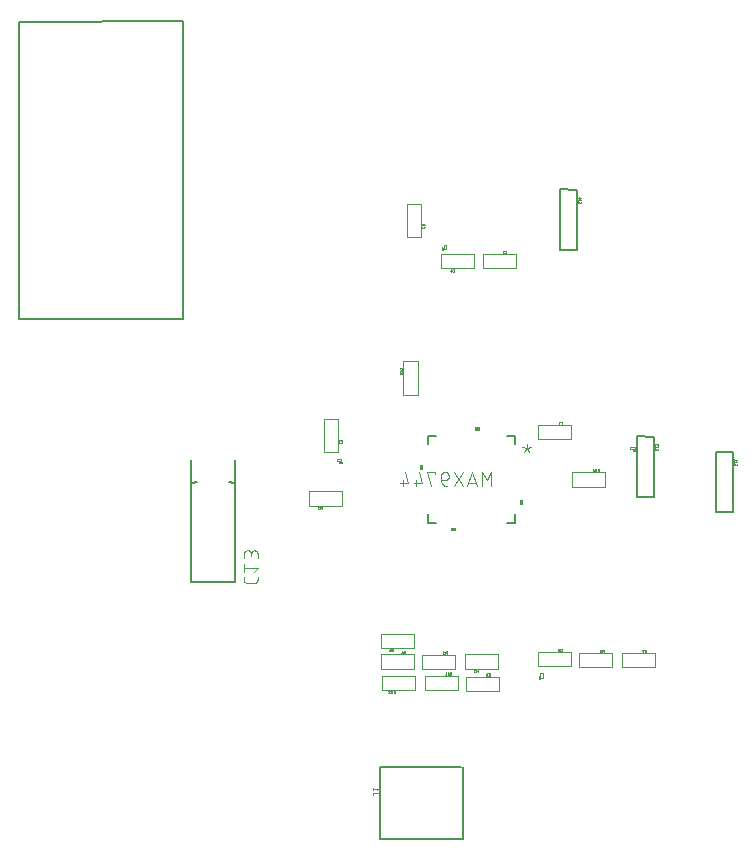
<source format=gbr>
G04 EAGLE Gerber RS-274X export*
G75*
%MOMM*%
%FSLAX34Y34*%
%LPD*%
%INSilkscreen Bottom*%
%IPPOS*%
%AMOC8*
5,1,8,0,0,1.08239X$1,22.5*%
G01*
%ADD10C,0.100000*%
%ADD11C,0.025400*%
%ADD12C,0.203200*%
%ADD13C,0.101600*%
%ADD14C,0.000000*%
%ADD15C,0.127000*%
%ADD16C,0.050800*%
%ADD17C,0.152400*%
%ADD18C,0.076200*%

G36*
X510507Y442423D02*
X510507Y442423D01*
X510509Y442422D01*
X510552Y442442D01*
X510596Y442460D01*
X510596Y442462D01*
X510598Y442463D01*
X510631Y442548D01*
X510631Y445088D01*
X510630Y445090D01*
X510631Y445092D01*
X510611Y445135D01*
X510593Y445179D01*
X510591Y445179D01*
X510590Y445181D01*
X510505Y445214D01*
X506695Y445214D01*
X506693Y445213D01*
X506691Y445214D01*
X506648Y445194D01*
X506604Y445176D01*
X506604Y445174D01*
X506602Y445173D01*
X506569Y445088D01*
X506569Y442548D01*
X506570Y442546D01*
X506569Y442544D01*
X506589Y442501D01*
X506607Y442457D01*
X506609Y442457D01*
X506610Y442455D01*
X506695Y442422D01*
X510505Y442422D01*
X510507Y442423D01*
G37*
G36*
X462454Y409370D02*
X462454Y409370D01*
X462456Y409369D01*
X462499Y409389D01*
X462543Y409407D01*
X462543Y409409D01*
X462545Y409410D01*
X462578Y409495D01*
X462578Y413305D01*
X462577Y413307D01*
X462578Y413309D01*
X462558Y413352D01*
X462540Y413396D01*
X462538Y413396D01*
X462537Y413398D01*
X462452Y413431D01*
X459912Y413431D01*
X459910Y413430D01*
X459908Y413431D01*
X459865Y413411D01*
X459821Y413393D01*
X459821Y413391D01*
X459819Y413390D01*
X459786Y413305D01*
X459786Y409495D01*
X459787Y409493D01*
X459786Y409491D01*
X459806Y409448D01*
X459824Y409404D01*
X459826Y409404D01*
X459827Y409402D01*
X459912Y409369D01*
X462452Y409369D01*
X462454Y409370D01*
G37*
G36*
X547290Y379370D02*
X547290Y379370D01*
X547292Y379369D01*
X547335Y379389D01*
X547379Y379407D01*
X547379Y379409D01*
X547381Y379410D01*
X547414Y379495D01*
X547414Y383305D01*
X547413Y383307D01*
X547414Y383309D01*
X547394Y383352D01*
X547376Y383396D01*
X547374Y383396D01*
X547373Y383398D01*
X547288Y383431D01*
X544748Y383431D01*
X544746Y383430D01*
X544744Y383431D01*
X544701Y383411D01*
X544657Y383393D01*
X544657Y383391D01*
X544655Y383390D01*
X544622Y383305D01*
X544622Y379495D01*
X544623Y379493D01*
X544622Y379491D01*
X544642Y379448D01*
X544660Y379404D01*
X544662Y379404D01*
X544663Y379402D01*
X544748Y379369D01*
X547288Y379369D01*
X547290Y379370D01*
G37*
G36*
X490507Y357587D02*
X490507Y357587D01*
X490509Y357586D01*
X490552Y357606D01*
X490596Y357624D01*
X490596Y357626D01*
X490598Y357627D01*
X490631Y357712D01*
X490631Y360252D01*
X490630Y360254D01*
X490631Y360256D01*
X490611Y360299D01*
X490593Y360343D01*
X490591Y360343D01*
X490590Y360345D01*
X490505Y360378D01*
X486695Y360378D01*
X486693Y360377D01*
X486691Y360378D01*
X486648Y360358D01*
X486604Y360340D01*
X486604Y360338D01*
X486602Y360337D01*
X486569Y360252D01*
X486569Y357712D01*
X486570Y357710D01*
X486569Y357708D01*
X486589Y357665D01*
X486607Y357621D01*
X486609Y357621D01*
X486610Y357619D01*
X486695Y357586D01*
X490505Y357586D01*
X490507Y357587D01*
G37*
D10*
X560000Y435000D02*
X588000Y435000D01*
X588000Y447000D01*
X560000Y447000D01*
X560000Y435000D01*
D11*
X579259Y447627D02*
X579758Y447627D01*
X579801Y447629D01*
X579845Y447635D01*
X579887Y447644D01*
X579929Y447657D01*
X579969Y447674D01*
X580008Y447694D01*
X580044Y447717D01*
X580079Y447744D01*
X580111Y447773D01*
X580140Y447805D01*
X580167Y447840D01*
X580190Y447877D01*
X580210Y447915D01*
X580227Y447955D01*
X580240Y447997D01*
X580249Y448039D01*
X580255Y448083D01*
X580257Y448126D01*
X580257Y449374D01*
X580255Y449417D01*
X580249Y449461D01*
X580240Y449503D01*
X580227Y449545D01*
X580210Y449585D01*
X580190Y449623D01*
X580167Y449660D01*
X580140Y449695D01*
X580111Y449727D01*
X580079Y449756D01*
X580044Y449783D01*
X580008Y449806D01*
X579969Y449826D01*
X579929Y449843D01*
X579887Y449856D01*
X579845Y449865D01*
X579802Y449871D01*
X579758Y449873D01*
X579259Y449873D01*
X578375Y449374D02*
X577751Y449873D01*
X577751Y447627D01*
X578375Y447627D02*
X577127Y447627D01*
D12*
X303400Y417700D02*
X303400Y314700D01*
X266400Y314700D01*
X266400Y417700D01*
X271400Y399200D02*
X267400Y398200D01*
X298400Y399200D02*
X302400Y398200D01*
D13*
X310808Y318801D02*
X310808Y316204D01*
X310810Y316105D01*
X310816Y316005D01*
X310825Y315906D01*
X310838Y315808D01*
X310855Y315710D01*
X310876Y315612D01*
X310901Y315516D01*
X310929Y315421D01*
X310961Y315327D01*
X310996Y315234D01*
X311035Y315142D01*
X311078Y315052D01*
X311123Y314964D01*
X311173Y314877D01*
X311225Y314793D01*
X311281Y314710D01*
X311339Y314630D01*
X311401Y314552D01*
X311466Y314477D01*
X311534Y314404D01*
X311604Y314334D01*
X311677Y314266D01*
X311752Y314201D01*
X311830Y314139D01*
X311910Y314081D01*
X311993Y314025D01*
X312077Y313973D01*
X312164Y313923D01*
X312252Y313878D01*
X312342Y313835D01*
X312434Y313796D01*
X312527Y313761D01*
X312621Y313729D01*
X312716Y313701D01*
X312812Y313676D01*
X312910Y313655D01*
X313008Y313638D01*
X313106Y313625D01*
X313205Y313616D01*
X313305Y313610D01*
X313404Y313608D01*
X319896Y313608D01*
X319995Y313610D01*
X320095Y313616D01*
X320194Y313625D01*
X320292Y313638D01*
X320390Y313655D01*
X320488Y313676D01*
X320584Y313701D01*
X320679Y313729D01*
X320773Y313761D01*
X320866Y313796D01*
X320958Y313835D01*
X321048Y313878D01*
X321136Y313923D01*
X321223Y313973D01*
X321307Y314025D01*
X321390Y314081D01*
X321470Y314139D01*
X321548Y314201D01*
X321623Y314266D01*
X321696Y314334D01*
X321766Y314404D01*
X321834Y314477D01*
X321899Y314552D01*
X321961Y314630D01*
X322019Y314710D01*
X322075Y314793D01*
X322127Y314877D01*
X322177Y314964D01*
X322222Y315052D01*
X322265Y315142D01*
X322304Y315234D01*
X322339Y315326D01*
X322371Y315421D01*
X322399Y315516D01*
X322424Y315612D01*
X322445Y315710D01*
X322462Y315808D01*
X322475Y315906D01*
X322484Y316005D01*
X322490Y316105D01*
X322492Y316204D01*
X322492Y318801D01*
X319896Y323166D02*
X322492Y326412D01*
X310808Y326412D01*
X310808Y329657D02*
X310808Y323166D01*
X310808Y334596D02*
X310808Y337842D01*
X310810Y337955D01*
X310816Y338068D01*
X310826Y338181D01*
X310840Y338294D01*
X310857Y338406D01*
X310879Y338517D01*
X310904Y338627D01*
X310934Y338737D01*
X310967Y338845D01*
X311004Y338952D01*
X311044Y339058D01*
X311089Y339162D01*
X311137Y339265D01*
X311188Y339366D01*
X311243Y339465D01*
X311301Y339562D01*
X311363Y339657D01*
X311428Y339750D01*
X311496Y339840D01*
X311567Y339928D01*
X311642Y340014D01*
X311719Y340097D01*
X311799Y340177D01*
X311882Y340254D01*
X311968Y340329D01*
X312056Y340400D01*
X312146Y340468D01*
X312239Y340533D01*
X312334Y340595D01*
X312431Y340653D01*
X312530Y340708D01*
X312631Y340759D01*
X312734Y340807D01*
X312838Y340852D01*
X312944Y340892D01*
X313051Y340929D01*
X313159Y340962D01*
X313269Y340992D01*
X313379Y341017D01*
X313490Y341039D01*
X313602Y341056D01*
X313715Y341070D01*
X313828Y341080D01*
X313941Y341086D01*
X314054Y341088D01*
X314167Y341086D01*
X314280Y341080D01*
X314393Y341070D01*
X314506Y341056D01*
X314618Y341039D01*
X314729Y341017D01*
X314839Y340992D01*
X314949Y340962D01*
X315057Y340929D01*
X315164Y340892D01*
X315270Y340852D01*
X315374Y340807D01*
X315477Y340759D01*
X315578Y340708D01*
X315677Y340653D01*
X315774Y340595D01*
X315869Y340533D01*
X315962Y340468D01*
X316052Y340400D01*
X316140Y340329D01*
X316226Y340254D01*
X316309Y340177D01*
X316389Y340097D01*
X316466Y340014D01*
X316541Y339928D01*
X316612Y339840D01*
X316680Y339750D01*
X316745Y339657D01*
X316807Y339562D01*
X316865Y339465D01*
X316920Y339366D01*
X316971Y339265D01*
X317019Y339162D01*
X317064Y339058D01*
X317104Y338952D01*
X317141Y338845D01*
X317174Y338737D01*
X317204Y338627D01*
X317229Y338517D01*
X317251Y338406D01*
X317268Y338294D01*
X317282Y338181D01*
X317292Y338068D01*
X317298Y337955D01*
X317300Y337842D01*
X322492Y338491D02*
X322492Y334596D01*
X322492Y338491D02*
X322490Y338592D01*
X322484Y338692D01*
X322474Y338792D01*
X322461Y338892D01*
X322443Y338991D01*
X322422Y339090D01*
X322397Y339187D01*
X322368Y339284D01*
X322335Y339379D01*
X322299Y339473D01*
X322259Y339565D01*
X322216Y339656D01*
X322169Y339745D01*
X322119Y339832D01*
X322065Y339918D01*
X322008Y340001D01*
X321948Y340081D01*
X321885Y340160D01*
X321818Y340236D01*
X321749Y340309D01*
X321677Y340379D01*
X321603Y340447D01*
X321526Y340512D01*
X321446Y340573D01*
X321364Y340632D01*
X321280Y340687D01*
X321194Y340739D01*
X321106Y340788D01*
X321016Y340833D01*
X320924Y340875D01*
X320831Y340913D01*
X320736Y340947D01*
X320641Y340978D01*
X320544Y341005D01*
X320446Y341028D01*
X320347Y341048D01*
X320247Y341063D01*
X320147Y341075D01*
X320047Y341083D01*
X319946Y341087D01*
X319846Y341087D01*
X319745Y341083D01*
X319645Y341075D01*
X319545Y341063D01*
X319445Y341048D01*
X319346Y341028D01*
X319248Y341005D01*
X319151Y340978D01*
X319056Y340947D01*
X318961Y340913D01*
X318868Y340875D01*
X318776Y340833D01*
X318686Y340788D01*
X318598Y340739D01*
X318512Y340687D01*
X318428Y340632D01*
X318346Y340573D01*
X318266Y340512D01*
X318189Y340447D01*
X318115Y340379D01*
X318043Y340309D01*
X317974Y340236D01*
X317907Y340160D01*
X317844Y340081D01*
X317784Y340001D01*
X317727Y339918D01*
X317673Y339832D01*
X317623Y339745D01*
X317576Y339656D01*
X317533Y339565D01*
X317493Y339473D01*
X317457Y339379D01*
X317424Y339284D01*
X317395Y339187D01*
X317370Y339090D01*
X317349Y338991D01*
X317331Y338892D01*
X317318Y338792D01*
X317308Y338692D01*
X317302Y338592D01*
X317300Y338491D01*
X317299Y338491D02*
X317299Y335894D01*
D10*
X513000Y580000D02*
X541000Y580000D01*
X541000Y592000D01*
X513000Y592000D01*
X513000Y580000D01*
D11*
X532259Y592627D02*
X532758Y592627D01*
X532801Y592629D01*
X532845Y592635D01*
X532887Y592644D01*
X532929Y592657D01*
X532969Y592674D01*
X533008Y592694D01*
X533044Y592717D01*
X533079Y592744D01*
X533111Y592773D01*
X533140Y592805D01*
X533167Y592840D01*
X533190Y592877D01*
X533210Y592915D01*
X533227Y592955D01*
X533240Y592997D01*
X533249Y593039D01*
X533255Y593083D01*
X533257Y593126D01*
X533257Y594374D01*
X533255Y594417D01*
X533249Y594461D01*
X533240Y594503D01*
X533227Y594545D01*
X533210Y594585D01*
X533190Y594623D01*
X533167Y594660D01*
X533140Y594695D01*
X533111Y594727D01*
X533079Y594756D01*
X533044Y594783D01*
X533008Y594806D01*
X532969Y594826D01*
X532929Y594843D01*
X532887Y594856D01*
X532845Y594865D01*
X532802Y594871D01*
X532758Y594873D01*
X532259Y594873D01*
X530689Y594874D02*
X530643Y594872D01*
X530596Y594866D01*
X530551Y594857D01*
X530507Y594844D01*
X530463Y594827D01*
X530422Y594806D01*
X530382Y594782D01*
X530344Y594755D01*
X530308Y594725D01*
X530276Y594693D01*
X530246Y594657D01*
X530219Y594619D01*
X530195Y594579D01*
X530174Y594538D01*
X530157Y594494D01*
X530144Y594450D01*
X530135Y594405D01*
X530129Y594358D01*
X530127Y594312D01*
X530689Y594873D02*
X530739Y594871D01*
X530789Y594866D01*
X530839Y594857D01*
X530888Y594845D01*
X530936Y594829D01*
X530982Y594811D01*
X531028Y594788D01*
X531071Y594763D01*
X531113Y594735D01*
X531153Y594704D01*
X531190Y594670D01*
X531225Y594634D01*
X531257Y594595D01*
X531287Y594555D01*
X531314Y594512D01*
X531337Y594467D01*
X531358Y594421D01*
X531375Y594374D01*
X530314Y593875D02*
X530283Y593907D01*
X530255Y593941D01*
X530229Y593977D01*
X530205Y594015D01*
X530185Y594054D01*
X530167Y594095D01*
X530153Y594137D01*
X530142Y594180D01*
X530134Y594224D01*
X530129Y594268D01*
X530127Y594312D01*
X530314Y593875D02*
X531375Y592627D01*
X530127Y592627D01*
D10*
X379000Y452000D02*
X379000Y424000D01*
X391000Y424000D01*
X391000Y452000D01*
X379000Y452000D01*
D11*
X391627Y432741D02*
X391627Y432242D01*
X391629Y432199D01*
X391635Y432155D01*
X391644Y432113D01*
X391657Y432071D01*
X391674Y432031D01*
X391694Y431993D01*
X391717Y431956D01*
X391744Y431921D01*
X391773Y431889D01*
X391805Y431860D01*
X391840Y431833D01*
X391877Y431810D01*
X391915Y431790D01*
X391955Y431773D01*
X391997Y431760D01*
X392039Y431751D01*
X392083Y431745D01*
X392126Y431743D01*
X393374Y431743D01*
X393417Y431745D01*
X393461Y431751D01*
X393503Y431760D01*
X393545Y431773D01*
X393585Y431790D01*
X393623Y431810D01*
X393660Y431833D01*
X393695Y431860D01*
X393727Y431889D01*
X393756Y431921D01*
X393783Y431956D01*
X393806Y431992D01*
X393826Y432031D01*
X393843Y432071D01*
X393856Y432113D01*
X393865Y432155D01*
X393871Y432198D01*
X393873Y432242D01*
X393873Y432741D01*
X391627Y433625D02*
X391627Y434249D01*
X391629Y434298D01*
X391635Y434347D01*
X391644Y434395D01*
X391658Y434442D01*
X391674Y434488D01*
X391695Y434532D01*
X391719Y434575D01*
X391746Y434616D01*
X391777Y434654D01*
X391810Y434690D01*
X391846Y434723D01*
X391884Y434754D01*
X391925Y434781D01*
X391968Y434805D01*
X392012Y434826D01*
X392058Y434842D01*
X392105Y434856D01*
X392153Y434865D01*
X392202Y434871D01*
X392251Y434873D01*
X392300Y434871D01*
X392349Y434865D01*
X392397Y434856D01*
X392444Y434842D01*
X392490Y434826D01*
X392534Y434805D01*
X392577Y434781D01*
X392618Y434754D01*
X392656Y434723D01*
X392692Y434690D01*
X392725Y434654D01*
X392756Y434616D01*
X392783Y434575D01*
X392807Y434532D01*
X392828Y434488D01*
X392844Y434442D01*
X392858Y434395D01*
X392867Y434347D01*
X392873Y434298D01*
X392875Y434249D01*
X393873Y434374D02*
X393873Y433625D01*
X393873Y434374D02*
X393871Y434417D01*
X393865Y434461D01*
X393856Y434503D01*
X393843Y434545D01*
X393826Y434585D01*
X393806Y434624D01*
X393783Y434660D01*
X393756Y434695D01*
X393727Y434727D01*
X393695Y434756D01*
X393660Y434783D01*
X393624Y434806D01*
X393585Y434826D01*
X393545Y434843D01*
X393503Y434856D01*
X393461Y434865D01*
X393417Y434871D01*
X393374Y434873D01*
X393331Y434871D01*
X393287Y434865D01*
X393245Y434856D01*
X393203Y434843D01*
X393163Y434826D01*
X393125Y434806D01*
X393088Y434783D01*
X393053Y434756D01*
X393021Y434727D01*
X392992Y434695D01*
X392965Y434660D01*
X392942Y434624D01*
X392922Y434585D01*
X392905Y434545D01*
X392892Y434503D01*
X392883Y434461D01*
X392877Y434417D01*
X392875Y434374D01*
X392875Y433875D01*
D10*
X478000Y592000D02*
X506000Y592000D01*
X478000Y592000D02*
X478000Y580000D01*
X506000Y580000D01*
X506000Y592000D01*
D11*
X488374Y577127D02*
X487875Y577127D01*
X488374Y577127D02*
X488417Y577129D01*
X488461Y577135D01*
X488503Y577144D01*
X488545Y577157D01*
X488585Y577174D01*
X488624Y577194D01*
X488660Y577217D01*
X488695Y577244D01*
X488727Y577273D01*
X488756Y577305D01*
X488783Y577340D01*
X488806Y577377D01*
X488826Y577415D01*
X488843Y577455D01*
X488856Y577497D01*
X488865Y577539D01*
X488871Y577583D01*
X488873Y577626D01*
X488873Y578874D01*
X488871Y578917D01*
X488865Y578961D01*
X488856Y579003D01*
X488843Y579045D01*
X488826Y579085D01*
X488806Y579123D01*
X488783Y579160D01*
X488756Y579195D01*
X488727Y579227D01*
X488695Y579256D01*
X488660Y579283D01*
X488624Y579306D01*
X488585Y579326D01*
X488545Y579343D01*
X488503Y579356D01*
X488461Y579365D01*
X488418Y579371D01*
X488374Y579373D01*
X487875Y579373D01*
X486492Y579373D02*
X486991Y577626D01*
X485743Y577626D01*
X486117Y578125D02*
X486117Y577127D01*
D10*
X560000Y243000D02*
X588000Y243000D01*
X588000Y255000D01*
X560000Y255000D01*
X560000Y243000D01*
D11*
X579259Y255627D02*
X579758Y255627D01*
X579801Y255629D01*
X579845Y255635D01*
X579887Y255644D01*
X579929Y255657D01*
X579969Y255674D01*
X580008Y255694D01*
X580044Y255717D01*
X580079Y255744D01*
X580111Y255773D01*
X580140Y255805D01*
X580167Y255840D01*
X580190Y255877D01*
X580210Y255915D01*
X580227Y255955D01*
X580240Y255997D01*
X580249Y256039D01*
X580255Y256083D01*
X580257Y256126D01*
X580257Y257374D01*
X580255Y257417D01*
X580249Y257461D01*
X580240Y257503D01*
X580227Y257545D01*
X580210Y257585D01*
X580190Y257623D01*
X580167Y257660D01*
X580140Y257695D01*
X580111Y257727D01*
X580079Y257756D01*
X580044Y257783D01*
X580008Y257806D01*
X579969Y257826D01*
X579929Y257843D01*
X579887Y257856D01*
X579845Y257865D01*
X579802Y257871D01*
X579758Y257873D01*
X579259Y257873D01*
X578375Y255627D02*
X577626Y255627D01*
X577583Y255629D01*
X577539Y255635D01*
X577497Y255644D01*
X577455Y255657D01*
X577415Y255674D01*
X577377Y255694D01*
X577340Y255717D01*
X577305Y255744D01*
X577273Y255773D01*
X577244Y255805D01*
X577217Y255840D01*
X577194Y255877D01*
X577174Y255915D01*
X577157Y255955D01*
X577144Y255997D01*
X577135Y256039D01*
X577129Y256083D01*
X577127Y256126D01*
X577127Y256376D01*
X577129Y256419D01*
X577135Y256463D01*
X577144Y256505D01*
X577157Y256547D01*
X577174Y256587D01*
X577194Y256626D01*
X577217Y256662D01*
X577244Y256697D01*
X577273Y256729D01*
X577305Y256758D01*
X577340Y256785D01*
X577377Y256808D01*
X577415Y256828D01*
X577455Y256845D01*
X577497Y256858D01*
X577539Y256867D01*
X577583Y256873D01*
X577626Y256875D01*
X578375Y256875D01*
X578375Y257873D01*
X577127Y257873D01*
D10*
X449000Y606500D02*
X449000Y634500D01*
X449000Y606500D02*
X461000Y606500D01*
X461000Y634500D01*
X449000Y634500D01*
D11*
X461627Y615241D02*
X461627Y614742D01*
X461629Y614699D01*
X461635Y614655D01*
X461644Y614613D01*
X461657Y614571D01*
X461674Y614531D01*
X461694Y614493D01*
X461717Y614456D01*
X461744Y614421D01*
X461773Y614389D01*
X461805Y614360D01*
X461840Y614333D01*
X461877Y614310D01*
X461915Y614290D01*
X461955Y614273D01*
X461997Y614260D01*
X462039Y614251D01*
X462083Y614245D01*
X462126Y614243D01*
X463374Y614243D01*
X463417Y614245D01*
X463461Y614251D01*
X463503Y614260D01*
X463545Y614273D01*
X463585Y614290D01*
X463623Y614310D01*
X463660Y614333D01*
X463695Y614360D01*
X463727Y614389D01*
X463756Y614421D01*
X463783Y614456D01*
X463806Y614492D01*
X463826Y614531D01*
X463843Y614571D01*
X463856Y614613D01*
X463865Y614655D01*
X463871Y614698D01*
X463873Y614742D01*
X463873Y615241D01*
X462625Y616624D02*
X462625Y617373D01*
X462625Y616624D02*
X462627Y616581D01*
X462633Y616537D01*
X462642Y616495D01*
X462655Y616453D01*
X462672Y616413D01*
X462692Y616375D01*
X462715Y616338D01*
X462742Y616303D01*
X462771Y616271D01*
X462803Y616242D01*
X462838Y616215D01*
X462875Y616192D01*
X462913Y616172D01*
X462953Y616155D01*
X462995Y616142D01*
X463037Y616133D01*
X463081Y616127D01*
X463124Y616125D01*
X463249Y616125D01*
X463298Y616127D01*
X463347Y616133D01*
X463395Y616142D01*
X463442Y616156D01*
X463488Y616172D01*
X463532Y616193D01*
X463575Y616217D01*
X463616Y616244D01*
X463654Y616275D01*
X463690Y616308D01*
X463723Y616344D01*
X463754Y616382D01*
X463781Y616423D01*
X463805Y616466D01*
X463826Y616510D01*
X463842Y616556D01*
X463856Y616603D01*
X463865Y616651D01*
X463871Y616700D01*
X463873Y616749D01*
X463871Y616798D01*
X463865Y616847D01*
X463856Y616895D01*
X463842Y616942D01*
X463826Y616988D01*
X463805Y617032D01*
X463781Y617075D01*
X463754Y617116D01*
X463723Y617154D01*
X463690Y617190D01*
X463654Y617223D01*
X463616Y617254D01*
X463575Y617281D01*
X463532Y617305D01*
X463488Y617326D01*
X463442Y617342D01*
X463395Y617356D01*
X463347Y617365D01*
X463298Y617371D01*
X463249Y617373D01*
X462625Y617373D01*
X462562Y617371D01*
X462500Y617365D01*
X462438Y617355D01*
X462377Y617342D01*
X462317Y617324D01*
X462258Y617303D01*
X462200Y617278D01*
X462144Y617250D01*
X462090Y617218D01*
X462038Y617182D01*
X461989Y617144D01*
X461942Y617103D01*
X461898Y617058D01*
X461856Y617011D01*
X461818Y616962D01*
X461782Y616910D01*
X461750Y616856D01*
X461722Y616800D01*
X461697Y616742D01*
X461676Y616683D01*
X461658Y616623D01*
X461645Y616562D01*
X461635Y616500D01*
X461629Y616438D01*
X461627Y616375D01*
D10*
X638000Y429000D02*
X642000Y429000D01*
X638000Y429000D02*
X638000Y427000D01*
X642000Y427000D01*
X642000Y429000D01*
D14*
X642500Y426500D02*
X642500Y425500D01*
X642500Y426500D02*
X642056Y426500D01*
X642056Y426056D02*
X642500Y426056D01*
X641714Y426056D02*
X641437Y426056D01*
X641405Y426054D01*
X641373Y426049D01*
X641342Y426039D01*
X641312Y426026D01*
X641284Y426010D01*
X641258Y425991D01*
X641235Y425969D01*
X641214Y425944D01*
X641196Y425917D01*
X641182Y425888D01*
X641171Y425858D01*
X641163Y425826D01*
X641159Y425794D01*
X641159Y425762D01*
X641163Y425730D01*
X641171Y425698D01*
X641182Y425668D01*
X641196Y425639D01*
X641214Y425612D01*
X641235Y425587D01*
X641258Y425565D01*
X641284Y425546D01*
X641312Y425530D01*
X641342Y425517D01*
X641373Y425507D01*
X641405Y425502D01*
X641437Y425500D01*
X641714Y425500D01*
X641714Y426500D01*
X641437Y426500D01*
X641408Y426498D01*
X641380Y426492D01*
X641352Y426483D01*
X641326Y426470D01*
X641302Y426454D01*
X641280Y426435D01*
X641261Y426413D01*
X641245Y426389D01*
X641232Y426363D01*
X641223Y426335D01*
X641217Y426307D01*
X641215Y426278D01*
X641217Y426249D01*
X641223Y426221D01*
X641232Y426193D01*
X641245Y426167D01*
X641261Y426143D01*
X641280Y426121D01*
X641302Y426102D01*
X641326Y426086D01*
X641352Y426073D01*
X641380Y426064D01*
X641408Y426058D01*
X641437Y426056D01*
X640851Y426278D02*
X640573Y426500D01*
X640573Y425500D01*
X640851Y425500D02*
X640295Y425500D01*
D10*
X393500Y418500D02*
X389500Y418500D01*
X389500Y416500D01*
X393500Y416500D01*
X393500Y418500D01*
D14*
X394000Y416000D02*
X394000Y415000D01*
X394000Y416000D02*
X393556Y416000D01*
X393556Y415556D02*
X394000Y415556D01*
X393214Y415556D02*
X392937Y415556D01*
X392905Y415554D01*
X392873Y415549D01*
X392842Y415539D01*
X392812Y415526D01*
X392784Y415510D01*
X392758Y415491D01*
X392735Y415469D01*
X392714Y415444D01*
X392696Y415417D01*
X392682Y415388D01*
X392671Y415358D01*
X392663Y415326D01*
X392659Y415294D01*
X392659Y415262D01*
X392663Y415230D01*
X392671Y415198D01*
X392682Y415168D01*
X392696Y415139D01*
X392714Y415112D01*
X392735Y415087D01*
X392758Y415065D01*
X392784Y415046D01*
X392812Y415030D01*
X392842Y415017D01*
X392873Y415007D01*
X392905Y415002D01*
X392937Y415000D01*
X393214Y415000D01*
X393214Y416000D01*
X392937Y416000D01*
X392908Y415998D01*
X392880Y415992D01*
X392852Y415983D01*
X392826Y415970D01*
X392802Y415954D01*
X392780Y415935D01*
X392761Y415913D01*
X392745Y415889D01*
X392732Y415863D01*
X392723Y415835D01*
X392717Y415807D01*
X392715Y415778D01*
X392717Y415749D01*
X392723Y415721D01*
X392732Y415693D01*
X392745Y415667D01*
X392761Y415643D01*
X392780Y415621D01*
X392802Y415602D01*
X392826Y415586D01*
X392852Y415573D01*
X392880Y415564D01*
X392908Y415558D01*
X392937Y415556D01*
X392351Y415000D02*
X392073Y415000D01*
X392041Y415002D01*
X392009Y415007D01*
X391978Y415017D01*
X391948Y415030D01*
X391920Y415046D01*
X391894Y415065D01*
X391871Y415087D01*
X391850Y415112D01*
X391832Y415139D01*
X391818Y415168D01*
X391807Y415198D01*
X391799Y415230D01*
X391795Y415262D01*
X391795Y415294D01*
X391799Y415326D01*
X391807Y415358D01*
X391818Y415388D01*
X391832Y415417D01*
X391850Y415444D01*
X391871Y415469D01*
X391894Y415491D01*
X391920Y415510D01*
X391948Y415526D01*
X391978Y415539D01*
X392009Y415549D01*
X392041Y415554D01*
X392073Y415556D01*
X392018Y416000D02*
X392351Y416000D01*
X392018Y416000D02*
X391989Y415998D01*
X391961Y415992D01*
X391933Y415983D01*
X391907Y415970D01*
X391883Y415954D01*
X391861Y415935D01*
X391842Y415913D01*
X391826Y415889D01*
X391813Y415863D01*
X391804Y415835D01*
X391798Y415807D01*
X391796Y415778D01*
X391798Y415749D01*
X391804Y415721D01*
X391813Y415693D01*
X391826Y415667D01*
X391842Y415643D01*
X391861Y415621D01*
X391883Y415602D01*
X391907Y415586D01*
X391933Y415573D01*
X391961Y415564D01*
X391989Y415558D01*
X392018Y415556D01*
X392240Y415556D01*
D10*
X482000Y596000D02*
X482000Y600000D01*
X480000Y600000D01*
X480000Y596000D01*
X482000Y596000D01*
D14*
X479500Y595500D02*
X478500Y595500D01*
X479500Y595500D02*
X479500Y595944D01*
X479056Y595944D02*
X479056Y595500D01*
X479056Y596286D02*
X479056Y596564D01*
X479054Y596596D01*
X479049Y596628D01*
X479039Y596659D01*
X479026Y596689D01*
X479010Y596717D01*
X478991Y596743D01*
X478969Y596766D01*
X478944Y596787D01*
X478917Y596805D01*
X478888Y596819D01*
X478858Y596830D01*
X478826Y596838D01*
X478794Y596842D01*
X478762Y596842D01*
X478730Y596838D01*
X478698Y596830D01*
X478668Y596819D01*
X478639Y596805D01*
X478612Y596787D01*
X478587Y596766D01*
X478565Y596743D01*
X478546Y596717D01*
X478530Y596689D01*
X478517Y596659D01*
X478507Y596628D01*
X478502Y596596D01*
X478500Y596564D01*
X478500Y596286D01*
X479500Y596286D01*
X479500Y596564D01*
X479498Y596593D01*
X479492Y596621D01*
X479483Y596649D01*
X479470Y596675D01*
X479454Y596699D01*
X479435Y596721D01*
X479413Y596740D01*
X479389Y596756D01*
X479363Y596769D01*
X479335Y596778D01*
X479307Y596784D01*
X479278Y596786D01*
X479249Y596784D01*
X479221Y596778D01*
X479193Y596769D01*
X479167Y596756D01*
X479143Y596740D01*
X479121Y596721D01*
X479102Y596699D01*
X479086Y596675D01*
X479073Y596649D01*
X479064Y596621D01*
X479058Y596593D01*
X479056Y596564D01*
X478722Y597149D02*
X479500Y597371D01*
X478722Y597149D02*
X478722Y597705D01*
X478944Y597538D02*
X478500Y597538D01*
D10*
X564000Y237000D02*
X564000Y233000D01*
X564000Y237000D02*
X562000Y237000D01*
X562000Y233000D01*
X564000Y233000D01*
D14*
X561500Y232500D02*
X560500Y232500D01*
X561500Y232500D02*
X561500Y232944D01*
X561056Y232944D02*
X561056Y232500D01*
X561056Y233286D02*
X561056Y233564D01*
X561054Y233596D01*
X561049Y233628D01*
X561039Y233659D01*
X561026Y233689D01*
X561010Y233717D01*
X560991Y233743D01*
X560969Y233766D01*
X560944Y233787D01*
X560917Y233805D01*
X560888Y233819D01*
X560858Y233830D01*
X560826Y233838D01*
X560794Y233842D01*
X560762Y233842D01*
X560730Y233838D01*
X560698Y233830D01*
X560668Y233819D01*
X560639Y233805D01*
X560612Y233787D01*
X560587Y233766D01*
X560565Y233743D01*
X560546Y233717D01*
X560530Y233689D01*
X560517Y233659D01*
X560507Y233628D01*
X560502Y233596D01*
X560500Y233564D01*
X560500Y233286D01*
X561500Y233286D01*
X561500Y233564D01*
X561498Y233593D01*
X561492Y233621D01*
X561483Y233649D01*
X561470Y233675D01*
X561454Y233699D01*
X561435Y233721D01*
X561413Y233740D01*
X561389Y233756D01*
X561363Y233769D01*
X561335Y233778D01*
X561307Y233784D01*
X561278Y233786D01*
X561249Y233784D01*
X561221Y233778D01*
X561193Y233769D01*
X561167Y233756D01*
X561143Y233740D01*
X561121Y233721D01*
X561102Y233699D01*
X561086Y233675D01*
X561073Y233649D01*
X561064Y233621D01*
X561058Y233593D01*
X561056Y233564D01*
X560500Y234149D02*
X560500Y234482D01*
X560502Y234511D01*
X560508Y234539D01*
X560517Y234567D01*
X560530Y234593D01*
X560546Y234617D01*
X560565Y234639D01*
X560587Y234658D01*
X560611Y234674D01*
X560637Y234687D01*
X560665Y234696D01*
X560693Y234702D01*
X560722Y234704D01*
X560722Y234705D02*
X560833Y234705D01*
X560833Y234704D02*
X560862Y234702D01*
X560890Y234696D01*
X560918Y234687D01*
X560944Y234674D01*
X560968Y234658D01*
X560990Y234639D01*
X561009Y234617D01*
X561025Y234593D01*
X561038Y234567D01*
X561047Y234539D01*
X561053Y234511D01*
X561055Y234482D01*
X561056Y234482D02*
X561056Y234149D01*
X561500Y234149D01*
X561500Y234705D01*
D15*
X495100Y157900D02*
X426100Y157900D01*
X426100Y96900D01*
X496100Y96900D01*
X496100Y157900D01*
D16*
X424846Y135651D02*
X421352Y135651D01*
X421289Y135649D01*
X421227Y135643D01*
X421165Y135633D01*
X421104Y135620D01*
X421044Y135602D01*
X420985Y135581D01*
X420927Y135556D01*
X420871Y135528D01*
X420817Y135496D01*
X420765Y135460D01*
X420716Y135422D01*
X420669Y135381D01*
X420625Y135336D01*
X420583Y135289D01*
X420545Y135240D01*
X420509Y135188D01*
X420477Y135134D01*
X420449Y135078D01*
X420424Y135020D01*
X420403Y134961D01*
X420385Y134901D01*
X420372Y134840D01*
X420362Y134778D01*
X420356Y134716D01*
X420354Y134653D01*
X420354Y134154D01*
X423848Y137785D02*
X424846Y139033D01*
X420354Y139033D01*
X420354Y137785D02*
X420354Y140281D01*
D15*
X120300Y536600D02*
X120300Y788600D01*
X259300Y789600D01*
X259300Y536600D01*
X121300Y536600D01*
D10*
X498000Y253000D02*
X526000Y253000D01*
X498000Y253000D02*
X498000Y241000D01*
X526000Y241000D01*
X526000Y253000D01*
D11*
X508873Y240373D02*
X508873Y238127D01*
X508873Y240373D02*
X508249Y240373D01*
X508200Y240371D01*
X508151Y240365D01*
X508103Y240356D01*
X508056Y240342D01*
X508010Y240326D01*
X507966Y240305D01*
X507923Y240281D01*
X507882Y240254D01*
X507844Y240223D01*
X507808Y240190D01*
X507775Y240154D01*
X507744Y240116D01*
X507717Y240075D01*
X507693Y240032D01*
X507672Y239988D01*
X507656Y239942D01*
X507642Y239895D01*
X507633Y239847D01*
X507627Y239798D01*
X507625Y239749D01*
X507627Y239700D01*
X507633Y239651D01*
X507642Y239603D01*
X507656Y239556D01*
X507672Y239510D01*
X507693Y239466D01*
X507717Y239423D01*
X507744Y239382D01*
X507775Y239344D01*
X507808Y239308D01*
X507844Y239275D01*
X507882Y239244D01*
X507923Y239217D01*
X507966Y239193D01*
X508010Y239172D01*
X508056Y239156D01*
X508103Y239142D01*
X508151Y239133D01*
X508200Y239127D01*
X508249Y239125D01*
X508873Y239125D01*
X508124Y239125D02*
X507625Y238127D01*
X506639Y239874D02*
X506016Y240373D01*
X506016Y238127D01*
X506639Y238127D02*
X505392Y238127D01*
D10*
X490000Y240600D02*
X462000Y240600D01*
X490000Y240600D02*
X490000Y252600D01*
X462000Y252600D01*
X462000Y240600D01*
D11*
X482608Y253227D02*
X482608Y255473D01*
X481984Y255473D01*
X481935Y255471D01*
X481886Y255465D01*
X481838Y255456D01*
X481791Y255442D01*
X481745Y255426D01*
X481701Y255405D01*
X481658Y255381D01*
X481617Y255354D01*
X481579Y255323D01*
X481543Y255290D01*
X481510Y255254D01*
X481479Y255216D01*
X481452Y255175D01*
X481428Y255132D01*
X481407Y255088D01*
X481391Y255042D01*
X481377Y254995D01*
X481368Y254947D01*
X481362Y254898D01*
X481360Y254849D01*
X481362Y254800D01*
X481368Y254751D01*
X481377Y254703D01*
X481391Y254656D01*
X481407Y254610D01*
X481428Y254566D01*
X481452Y254523D01*
X481479Y254482D01*
X481510Y254444D01*
X481543Y254408D01*
X481579Y254375D01*
X481617Y254344D01*
X481658Y254317D01*
X481701Y254293D01*
X481745Y254272D01*
X481791Y254256D01*
X481838Y254242D01*
X481886Y254233D01*
X481935Y254227D01*
X481984Y254225D01*
X482608Y254225D01*
X481860Y254225D02*
X481361Y253227D01*
X479127Y254912D02*
X479129Y254958D01*
X479135Y255005D01*
X479144Y255050D01*
X479157Y255094D01*
X479174Y255138D01*
X479195Y255179D01*
X479219Y255219D01*
X479246Y255257D01*
X479276Y255293D01*
X479308Y255325D01*
X479344Y255355D01*
X479382Y255382D01*
X479422Y255406D01*
X479463Y255427D01*
X479507Y255444D01*
X479551Y255457D01*
X479596Y255466D01*
X479643Y255472D01*
X479689Y255474D01*
X479689Y255473D02*
X479739Y255471D01*
X479789Y255466D01*
X479839Y255457D01*
X479888Y255445D01*
X479936Y255429D01*
X479982Y255411D01*
X480028Y255388D01*
X480071Y255363D01*
X480113Y255335D01*
X480153Y255304D01*
X480190Y255270D01*
X480225Y255234D01*
X480257Y255195D01*
X480287Y255155D01*
X480314Y255112D01*
X480337Y255067D01*
X480358Y255021D01*
X480375Y254974D01*
X479314Y254475D02*
X479283Y254507D01*
X479255Y254541D01*
X479229Y254577D01*
X479205Y254615D01*
X479185Y254654D01*
X479167Y254695D01*
X479153Y254737D01*
X479142Y254780D01*
X479134Y254824D01*
X479129Y254868D01*
X479127Y254912D01*
X479314Y254475D02*
X480375Y253227D01*
X479127Y253227D01*
D10*
X499000Y222000D02*
X527000Y222000D01*
X527000Y234000D01*
X499000Y234000D01*
X499000Y222000D01*
D11*
X519608Y234627D02*
X519608Y236873D01*
X518984Y236873D01*
X518935Y236871D01*
X518886Y236865D01*
X518838Y236856D01*
X518791Y236842D01*
X518745Y236826D01*
X518701Y236805D01*
X518658Y236781D01*
X518617Y236754D01*
X518579Y236723D01*
X518543Y236690D01*
X518510Y236654D01*
X518479Y236616D01*
X518452Y236575D01*
X518428Y236532D01*
X518407Y236488D01*
X518391Y236442D01*
X518377Y236395D01*
X518368Y236347D01*
X518362Y236298D01*
X518360Y236249D01*
X518362Y236200D01*
X518368Y236151D01*
X518377Y236103D01*
X518391Y236056D01*
X518407Y236010D01*
X518428Y235966D01*
X518452Y235923D01*
X518479Y235882D01*
X518510Y235844D01*
X518543Y235808D01*
X518579Y235775D01*
X518617Y235744D01*
X518658Y235717D01*
X518701Y235693D01*
X518745Y235672D01*
X518791Y235656D01*
X518838Y235642D01*
X518886Y235633D01*
X518935Y235627D01*
X518984Y235625D01*
X519608Y235625D01*
X518860Y235625D02*
X518361Y234627D01*
X517375Y234627D02*
X516751Y234627D01*
X516702Y234629D01*
X516653Y234635D01*
X516605Y234644D01*
X516558Y234658D01*
X516512Y234674D01*
X516468Y234695D01*
X516425Y234719D01*
X516384Y234746D01*
X516346Y234777D01*
X516310Y234810D01*
X516277Y234846D01*
X516246Y234884D01*
X516219Y234925D01*
X516195Y234968D01*
X516174Y235012D01*
X516158Y235058D01*
X516144Y235105D01*
X516135Y235153D01*
X516129Y235202D01*
X516127Y235251D01*
X516129Y235300D01*
X516135Y235349D01*
X516144Y235397D01*
X516158Y235444D01*
X516174Y235490D01*
X516195Y235534D01*
X516219Y235577D01*
X516246Y235618D01*
X516277Y235656D01*
X516310Y235692D01*
X516346Y235725D01*
X516384Y235756D01*
X516425Y235783D01*
X516468Y235807D01*
X516512Y235828D01*
X516558Y235844D01*
X516605Y235858D01*
X516653Y235867D01*
X516702Y235873D01*
X516751Y235875D01*
X516626Y236873D02*
X517375Y236873D01*
X516626Y236873D02*
X516583Y236871D01*
X516539Y236865D01*
X516497Y236856D01*
X516455Y236843D01*
X516415Y236826D01*
X516377Y236806D01*
X516340Y236783D01*
X516305Y236756D01*
X516273Y236727D01*
X516244Y236695D01*
X516217Y236660D01*
X516194Y236624D01*
X516174Y236585D01*
X516157Y236545D01*
X516144Y236503D01*
X516135Y236461D01*
X516129Y236417D01*
X516127Y236374D01*
X516129Y236331D01*
X516135Y236287D01*
X516144Y236245D01*
X516157Y236203D01*
X516174Y236163D01*
X516194Y236125D01*
X516217Y236088D01*
X516244Y236053D01*
X516273Y236021D01*
X516305Y235992D01*
X516340Y235965D01*
X516377Y235942D01*
X516415Y235922D01*
X516455Y235905D01*
X516497Y235892D01*
X516539Y235883D01*
X516583Y235877D01*
X516626Y235875D01*
X517125Y235875D01*
D10*
X455000Y241000D02*
X427000Y241000D01*
X455000Y241000D02*
X455000Y253000D01*
X427000Y253000D01*
X427000Y241000D01*
D11*
X447608Y253627D02*
X447608Y255873D01*
X446984Y255873D01*
X446935Y255871D01*
X446886Y255865D01*
X446838Y255856D01*
X446791Y255842D01*
X446745Y255826D01*
X446701Y255805D01*
X446658Y255781D01*
X446617Y255754D01*
X446579Y255723D01*
X446543Y255690D01*
X446510Y255654D01*
X446479Y255616D01*
X446452Y255575D01*
X446428Y255532D01*
X446407Y255488D01*
X446391Y255442D01*
X446377Y255395D01*
X446368Y255347D01*
X446362Y255298D01*
X446360Y255249D01*
X446362Y255200D01*
X446368Y255151D01*
X446377Y255103D01*
X446391Y255056D01*
X446407Y255010D01*
X446428Y254966D01*
X446452Y254923D01*
X446479Y254882D01*
X446510Y254844D01*
X446543Y254808D01*
X446579Y254775D01*
X446617Y254744D01*
X446658Y254717D01*
X446701Y254693D01*
X446745Y254672D01*
X446791Y254656D01*
X446838Y254642D01*
X446886Y254633D01*
X446935Y254627D01*
X446984Y254625D01*
X447608Y254625D01*
X446860Y254625D02*
X446361Y253627D01*
X445375Y254126D02*
X444876Y255873D01*
X445375Y254126D02*
X444127Y254126D01*
X444501Y254625D02*
X444501Y253627D01*
D10*
X394000Y391000D02*
X366000Y391000D01*
X366000Y379000D01*
X394000Y379000D01*
X394000Y391000D01*
D11*
X376873Y378373D02*
X376873Y376127D01*
X376873Y378373D02*
X376249Y378373D01*
X376200Y378371D01*
X376151Y378365D01*
X376103Y378356D01*
X376056Y378342D01*
X376010Y378326D01*
X375966Y378305D01*
X375923Y378281D01*
X375882Y378254D01*
X375844Y378223D01*
X375808Y378190D01*
X375775Y378154D01*
X375744Y378116D01*
X375717Y378075D01*
X375693Y378032D01*
X375672Y377988D01*
X375656Y377942D01*
X375642Y377895D01*
X375633Y377847D01*
X375627Y377798D01*
X375625Y377749D01*
X375627Y377700D01*
X375633Y377651D01*
X375642Y377603D01*
X375656Y377556D01*
X375672Y377510D01*
X375693Y377466D01*
X375717Y377423D01*
X375744Y377382D01*
X375775Y377344D01*
X375808Y377308D01*
X375844Y377275D01*
X375882Y377244D01*
X375923Y377217D01*
X375966Y377193D01*
X376010Y377172D01*
X376056Y377156D01*
X376103Y377142D01*
X376151Y377133D01*
X376200Y377127D01*
X376249Y377125D01*
X376873Y377125D01*
X376124Y377125D02*
X375625Y376127D01*
X374639Y376127D02*
X373891Y376127D01*
X373848Y376129D01*
X373804Y376135D01*
X373762Y376144D01*
X373720Y376157D01*
X373680Y376174D01*
X373642Y376194D01*
X373605Y376217D01*
X373570Y376244D01*
X373538Y376273D01*
X373509Y376305D01*
X373482Y376340D01*
X373459Y376377D01*
X373439Y376415D01*
X373422Y376455D01*
X373409Y376497D01*
X373400Y376539D01*
X373394Y376583D01*
X373392Y376626D01*
X373392Y376876D01*
X373394Y376919D01*
X373400Y376963D01*
X373409Y377005D01*
X373422Y377047D01*
X373439Y377087D01*
X373459Y377126D01*
X373482Y377162D01*
X373509Y377197D01*
X373538Y377229D01*
X373570Y377258D01*
X373605Y377285D01*
X373642Y377308D01*
X373680Y377328D01*
X373720Y377345D01*
X373762Y377358D01*
X373804Y377367D01*
X373848Y377373D01*
X373891Y377375D01*
X374639Y377375D01*
X374639Y378373D01*
X373392Y378373D01*
D10*
X426600Y270600D02*
X454600Y270600D01*
X426600Y270600D02*
X426600Y258600D01*
X454600Y258600D01*
X454600Y270600D01*
D11*
X437473Y257973D02*
X437473Y255727D01*
X437473Y257973D02*
X436849Y257973D01*
X436800Y257971D01*
X436751Y257965D01*
X436703Y257956D01*
X436656Y257942D01*
X436610Y257926D01*
X436566Y257905D01*
X436523Y257881D01*
X436482Y257854D01*
X436444Y257823D01*
X436408Y257790D01*
X436375Y257754D01*
X436344Y257716D01*
X436317Y257675D01*
X436293Y257632D01*
X436272Y257588D01*
X436256Y257542D01*
X436242Y257495D01*
X436233Y257447D01*
X436227Y257398D01*
X436225Y257349D01*
X436227Y257300D01*
X436233Y257251D01*
X436242Y257203D01*
X436256Y257156D01*
X436272Y257110D01*
X436293Y257066D01*
X436317Y257023D01*
X436344Y256982D01*
X436375Y256944D01*
X436408Y256908D01*
X436444Y256875D01*
X436482Y256844D01*
X436523Y256817D01*
X436566Y256793D01*
X436610Y256772D01*
X436656Y256756D01*
X436703Y256742D01*
X436751Y256733D01*
X436800Y256727D01*
X436849Y256725D01*
X437473Y256725D01*
X436724Y256725D02*
X436225Y255727D01*
X435239Y256975D02*
X434491Y256975D01*
X434448Y256973D01*
X434404Y256967D01*
X434362Y256958D01*
X434320Y256945D01*
X434280Y256928D01*
X434242Y256908D01*
X434205Y256885D01*
X434170Y256858D01*
X434138Y256829D01*
X434109Y256797D01*
X434082Y256762D01*
X434059Y256726D01*
X434039Y256687D01*
X434022Y256647D01*
X434009Y256605D01*
X434000Y256563D01*
X433994Y256520D01*
X433992Y256476D01*
X433992Y256351D01*
X433994Y256302D01*
X434000Y256253D01*
X434009Y256205D01*
X434023Y256158D01*
X434039Y256112D01*
X434060Y256068D01*
X434084Y256025D01*
X434111Y255984D01*
X434142Y255946D01*
X434175Y255910D01*
X434211Y255877D01*
X434249Y255846D01*
X434290Y255819D01*
X434333Y255795D01*
X434377Y255774D01*
X434423Y255758D01*
X434470Y255744D01*
X434518Y255735D01*
X434567Y255729D01*
X434616Y255727D01*
X434665Y255729D01*
X434714Y255735D01*
X434762Y255744D01*
X434809Y255758D01*
X434855Y255774D01*
X434899Y255795D01*
X434942Y255819D01*
X434983Y255846D01*
X435021Y255877D01*
X435057Y255910D01*
X435090Y255946D01*
X435121Y255984D01*
X435148Y256025D01*
X435172Y256068D01*
X435193Y256112D01*
X435209Y256158D01*
X435223Y256205D01*
X435232Y256253D01*
X435238Y256302D01*
X435240Y256351D01*
X435239Y256351D02*
X435239Y256975D01*
X435237Y257038D01*
X435231Y257100D01*
X435221Y257162D01*
X435208Y257223D01*
X435190Y257283D01*
X435169Y257342D01*
X435144Y257400D01*
X435116Y257456D01*
X435084Y257510D01*
X435048Y257562D01*
X435010Y257611D01*
X434969Y257658D01*
X434924Y257702D01*
X434877Y257744D01*
X434828Y257782D01*
X434776Y257818D01*
X434722Y257850D01*
X434666Y257878D01*
X434608Y257903D01*
X434549Y257924D01*
X434489Y257942D01*
X434428Y257955D01*
X434366Y257965D01*
X434304Y257971D01*
X434241Y257973D01*
D10*
X631000Y242000D02*
X659000Y242000D01*
X659000Y254000D01*
X631000Y254000D01*
X631000Y242000D01*
D11*
X651608Y254627D02*
X651608Y256873D01*
X650984Y256873D01*
X650935Y256871D01*
X650886Y256865D01*
X650838Y256856D01*
X650791Y256842D01*
X650745Y256826D01*
X650701Y256805D01*
X650658Y256781D01*
X650617Y256754D01*
X650579Y256723D01*
X650543Y256690D01*
X650510Y256654D01*
X650479Y256616D01*
X650452Y256575D01*
X650428Y256532D01*
X650407Y256488D01*
X650391Y256442D01*
X650377Y256395D01*
X650368Y256347D01*
X650362Y256298D01*
X650360Y256249D01*
X650362Y256200D01*
X650368Y256151D01*
X650377Y256103D01*
X650391Y256056D01*
X650407Y256010D01*
X650428Y255966D01*
X650452Y255923D01*
X650479Y255882D01*
X650510Y255844D01*
X650543Y255808D01*
X650579Y255775D01*
X650617Y255744D01*
X650658Y255717D01*
X650701Y255693D01*
X650745Y255672D01*
X650791Y255656D01*
X650838Y255642D01*
X650886Y255633D01*
X650935Y255627D01*
X650984Y255625D01*
X651608Y255625D01*
X650860Y255625D02*
X650361Y254627D01*
X649375Y256623D02*
X649375Y256873D01*
X648127Y256873D01*
X648751Y254627D01*
D10*
X623000Y242000D02*
X595000Y242000D01*
X623000Y242000D02*
X623000Y254000D01*
X595000Y254000D01*
X595000Y242000D01*
D11*
X615608Y254627D02*
X615608Y256873D01*
X614984Y256873D01*
X614935Y256871D01*
X614886Y256865D01*
X614838Y256856D01*
X614791Y256842D01*
X614745Y256826D01*
X614701Y256805D01*
X614658Y256781D01*
X614617Y256754D01*
X614579Y256723D01*
X614543Y256690D01*
X614510Y256654D01*
X614479Y256616D01*
X614452Y256575D01*
X614428Y256532D01*
X614407Y256488D01*
X614391Y256442D01*
X614377Y256395D01*
X614368Y256347D01*
X614362Y256298D01*
X614360Y256249D01*
X614362Y256200D01*
X614368Y256151D01*
X614377Y256103D01*
X614391Y256056D01*
X614407Y256010D01*
X614428Y255966D01*
X614452Y255923D01*
X614479Y255882D01*
X614510Y255844D01*
X614543Y255808D01*
X614579Y255775D01*
X614617Y255744D01*
X614658Y255717D01*
X614701Y255693D01*
X614745Y255672D01*
X614791Y255656D01*
X614838Y255642D01*
X614886Y255633D01*
X614935Y255627D01*
X614984Y255625D01*
X615608Y255625D01*
X614860Y255625D02*
X614361Y254627D01*
X613375Y255251D02*
X613373Y255300D01*
X613367Y255349D01*
X613358Y255397D01*
X613344Y255444D01*
X613328Y255490D01*
X613307Y255534D01*
X613283Y255577D01*
X613256Y255618D01*
X613225Y255656D01*
X613192Y255692D01*
X613156Y255725D01*
X613118Y255756D01*
X613077Y255783D01*
X613034Y255807D01*
X612990Y255828D01*
X612944Y255844D01*
X612897Y255858D01*
X612849Y255867D01*
X612800Y255873D01*
X612751Y255875D01*
X612702Y255873D01*
X612653Y255867D01*
X612605Y255858D01*
X612558Y255844D01*
X612512Y255828D01*
X612468Y255807D01*
X612425Y255783D01*
X612384Y255756D01*
X612346Y255725D01*
X612310Y255692D01*
X612277Y255656D01*
X612246Y255618D01*
X612219Y255577D01*
X612195Y255534D01*
X612174Y255490D01*
X612158Y255444D01*
X612144Y255397D01*
X612135Y255349D01*
X612129Y255300D01*
X612127Y255251D01*
X612129Y255202D01*
X612135Y255153D01*
X612144Y255105D01*
X612158Y255058D01*
X612174Y255012D01*
X612195Y254968D01*
X612219Y254925D01*
X612246Y254884D01*
X612277Y254846D01*
X612310Y254810D01*
X612346Y254777D01*
X612384Y254746D01*
X612425Y254719D01*
X612468Y254695D01*
X612512Y254674D01*
X612558Y254658D01*
X612605Y254644D01*
X612653Y254635D01*
X612702Y254629D01*
X612751Y254627D01*
X612800Y254629D01*
X612849Y254635D01*
X612897Y254644D01*
X612944Y254658D01*
X612990Y254674D01*
X613034Y254695D01*
X613077Y254719D01*
X613118Y254746D01*
X613156Y254777D01*
X613192Y254810D01*
X613225Y254846D01*
X613256Y254884D01*
X613283Y254925D01*
X613307Y254968D01*
X613328Y255012D01*
X613344Y255058D01*
X613358Y255105D01*
X613367Y255153D01*
X613373Y255202D01*
X613375Y255251D01*
X613250Y256374D02*
X613248Y256417D01*
X613242Y256461D01*
X613233Y256503D01*
X613220Y256545D01*
X613203Y256585D01*
X613183Y256624D01*
X613160Y256660D01*
X613133Y256695D01*
X613104Y256727D01*
X613072Y256756D01*
X613037Y256783D01*
X613001Y256806D01*
X612962Y256826D01*
X612922Y256843D01*
X612880Y256856D01*
X612838Y256865D01*
X612794Y256871D01*
X612751Y256873D01*
X612708Y256871D01*
X612664Y256865D01*
X612622Y256856D01*
X612580Y256843D01*
X612540Y256826D01*
X612502Y256806D01*
X612465Y256783D01*
X612430Y256756D01*
X612398Y256727D01*
X612369Y256695D01*
X612342Y256660D01*
X612319Y256624D01*
X612299Y256585D01*
X612282Y256545D01*
X612269Y256503D01*
X612260Y256461D01*
X612254Y256417D01*
X612252Y256374D01*
X612254Y256331D01*
X612260Y256287D01*
X612269Y256245D01*
X612282Y256203D01*
X612299Y256163D01*
X612319Y256125D01*
X612342Y256088D01*
X612369Y256053D01*
X612398Y256021D01*
X612430Y255992D01*
X612465Y255965D01*
X612502Y255942D01*
X612540Y255922D01*
X612580Y255905D01*
X612622Y255892D01*
X612664Y255883D01*
X612708Y255877D01*
X612751Y255875D01*
X612794Y255877D01*
X612838Y255883D01*
X612880Y255892D01*
X612922Y255905D01*
X612962Y255922D01*
X613001Y255942D01*
X613037Y255965D01*
X613072Y255992D01*
X613104Y256021D01*
X613133Y256053D01*
X613160Y256088D01*
X613183Y256125D01*
X613203Y256163D01*
X613220Y256203D01*
X613233Y256245D01*
X613242Y256287D01*
X613248Y256331D01*
X613250Y256374D01*
D15*
X725000Y373600D02*
X725000Y424400D01*
X711000Y424500D01*
X711000Y373500D01*
X724800Y373500D01*
D11*
X726127Y413776D02*
X726129Y413820D01*
X726135Y413863D01*
X726144Y413905D01*
X726157Y413947D01*
X726174Y413987D01*
X726194Y414026D01*
X726217Y414062D01*
X726244Y414097D01*
X726273Y414129D01*
X726305Y414158D01*
X726340Y414185D01*
X726377Y414208D01*
X726415Y414228D01*
X726455Y414245D01*
X726497Y414258D01*
X726539Y414267D01*
X726583Y414273D01*
X726626Y414275D01*
X726127Y413776D02*
X726129Y413712D01*
X726135Y413648D01*
X726144Y413585D01*
X726158Y413522D01*
X726175Y413461D01*
X726196Y413400D01*
X726221Y413341D01*
X726249Y413284D01*
X726281Y413228D01*
X726316Y413174D01*
X726354Y413123D01*
X726395Y413074D01*
X726439Y413028D01*
X727874Y413090D02*
X727917Y413092D01*
X727961Y413098D01*
X728003Y413107D01*
X728045Y413120D01*
X728085Y413137D01*
X728124Y413157D01*
X728160Y413180D01*
X728195Y413207D01*
X728227Y413236D01*
X728256Y413268D01*
X728283Y413303D01*
X728306Y413340D01*
X728326Y413378D01*
X728343Y413418D01*
X728356Y413460D01*
X728365Y413502D01*
X728371Y413546D01*
X728373Y413589D01*
X728371Y413649D01*
X728365Y413709D01*
X728356Y413769D01*
X728342Y413827D01*
X728325Y413885D01*
X728304Y413942D01*
X728280Y413997D01*
X728252Y414050D01*
X728220Y414101D01*
X728186Y414151D01*
X727437Y413339D02*
X727461Y413302D01*
X727488Y413267D01*
X727518Y413235D01*
X727550Y413206D01*
X727585Y413179D01*
X727622Y413156D01*
X727661Y413136D01*
X727702Y413119D01*
X727744Y413106D01*
X727787Y413097D01*
X727830Y413091D01*
X727874Y413089D01*
X727063Y414025D02*
X727039Y414062D01*
X727012Y414097D01*
X726982Y414129D01*
X726950Y414158D01*
X726915Y414185D01*
X726878Y414208D01*
X726839Y414228D01*
X726798Y414245D01*
X726756Y414258D01*
X726713Y414267D01*
X726670Y414273D01*
X726626Y414275D01*
X727063Y414025D02*
X727437Y413339D01*
X726626Y415710D02*
X728373Y415710D01*
X726626Y415710D02*
X726583Y415708D01*
X726539Y415702D01*
X726497Y415693D01*
X726455Y415680D01*
X726415Y415663D01*
X726377Y415643D01*
X726340Y415620D01*
X726305Y415593D01*
X726273Y415564D01*
X726244Y415532D01*
X726217Y415497D01*
X726194Y415461D01*
X726174Y415422D01*
X726157Y415382D01*
X726144Y415340D01*
X726135Y415298D01*
X726129Y415254D01*
X726127Y415211D01*
X726127Y414961D01*
X727874Y416777D02*
X728373Y417401D01*
X726127Y417401D01*
X726127Y416777D02*
X726127Y418025D01*
D15*
X658000Y437400D02*
X658000Y386600D01*
X658000Y437400D02*
X644000Y437500D01*
X644000Y386500D01*
X657800Y386500D01*
D11*
X659127Y426776D02*
X659129Y426820D01*
X659135Y426863D01*
X659144Y426905D01*
X659157Y426947D01*
X659174Y426987D01*
X659194Y427026D01*
X659217Y427062D01*
X659244Y427097D01*
X659273Y427129D01*
X659305Y427158D01*
X659340Y427185D01*
X659377Y427208D01*
X659415Y427228D01*
X659455Y427245D01*
X659497Y427258D01*
X659539Y427267D01*
X659583Y427273D01*
X659626Y427275D01*
X659127Y426776D02*
X659129Y426712D01*
X659135Y426648D01*
X659144Y426585D01*
X659158Y426522D01*
X659175Y426461D01*
X659196Y426400D01*
X659221Y426341D01*
X659249Y426284D01*
X659281Y426228D01*
X659316Y426174D01*
X659354Y426123D01*
X659395Y426074D01*
X659439Y426028D01*
X660874Y426090D02*
X660917Y426092D01*
X660961Y426098D01*
X661003Y426107D01*
X661045Y426120D01*
X661085Y426137D01*
X661124Y426157D01*
X661160Y426180D01*
X661195Y426207D01*
X661227Y426236D01*
X661256Y426268D01*
X661283Y426303D01*
X661306Y426340D01*
X661326Y426378D01*
X661343Y426418D01*
X661356Y426460D01*
X661365Y426502D01*
X661371Y426546D01*
X661373Y426589D01*
X661371Y426649D01*
X661365Y426709D01*
X661356Y426769D01*
X661342Y426827D01*
X661325Y426885D01*
X661304Y426942D01*
X661280Y426997D01*
X661252Y427050D01*
X661220Y427101D01*
X661186Y427151D01*
X660437Y426339D02*
X660461Y426302D01*
X660488Y426267D01*
X660518Y426235D01*
X660550Y426206D01*
X660585Y426179D01*
X660622Y426156D01*
X660661Y426136D01*
X660702Y426119D01*
X660744Y426106D01*
X660787Y426097D01*
X660830Y426091D01*
X660874Y426089D01*
X660063Y427025D02*
X660039Y427062D01*
X660012Y427097D01*
X659982Y427129D01*
X659950Y427158D01*
X659915Y427185D01*
X659878Y427208D01*
X659839Y427228D01*
X659798Y427245D01*
X659756Y427258D01*
X659713Y427267D01*
X659670Y427273D01*
X659626Y427275D01*
X660063Y427025D02*
X660437Y426339D01*
X659626Y428710D02*
X661373Y428710D01*
X659626Y428710D02*
X659583Y428708D01*
X659539Y428702D01*
X659497Y428693D01*
X659455Y428680D01*
X659415Y428663D01*
X659377Y428643D01*
X659340Y428620D01*
X659305Y428593D01*
X659273Y428564D01*
X659244Y428532D01*
X659217Y428497D01*
X659194Y428461D01*
X659174Y428422D01*
X659157Y428382D01*
X659144Y428340D01*
X659135Y428298D01*
X659129Y428254D01*
X659127Y428211D01*
X659127Y427961D01*
X659127Y429777D02*
X659127Y430401D01*
X659129Y430450D01*
X659135Y430499D01*
X659144Y430547D01*
X659158Y430594D01*
X659174Y430640D01*
X659195Y430684D01*
X659219Y430727D01*
X659246Y430768D01*
X659277Y430806D01*
X659310Y430842D01*
X659346Y430875D01*
X659384Y430906D01*
X659425Y430933D01*
X659468Y430957D01*
X659512Y430978D01*
X659558Y430994D01*
X659605Y431008D01*
X659653Y431017D01*
X659702Y431023D01*
X659751Y431025D01*
X659800Y431023D01*
X659849Y431017D01*
X659897Y431008D01*
X659944Y430994D01*
X659990Y430978D01*
X660034Y430957D01*
X660077Y430933D01*
X660118Y430906D01*
X660156Y430875D01*
X660192Y430842D01*
X660225Y430806D01*
X660256Y430768D01*
X660283Y430727D01*
X660307Y430684D01*
X660328Y430640D01*
X660344Y430594D01*
X660358Y430547D01*
X660367Y430499D01*
X660373Y430450D01*
X660375Y430401D01*
X661373Y430526D02*
X661373Y429777D01*
X661373Y430526D02*
X661371Y430569D01*
X661365Y430613D01*
X661356Y430655D01*
X661343Y430697D01*
X661326Y430737D01*
X661306Y430776D01*
X661283Y430812D01*
X661256Y430847D01*
X661227Y430879D01*
X661195Y430908D01*
X661160Y430935D01*
X661124Y430958D01*
X661085Y430978D01*
X661045Y430995D01*
X661003Y431008D01*
X660961Y431017D01*
X660917Y431023D01*
X660874Y431025D01*
X660831Y431023D01*
X660787Y431017D01*
X660745Y431008D01*
X660703Y430995D01*
X660663Y430978D01*
X660625Y430958D01*
X660588Y430935D01*
X660553Y430908D01*
X660521Y430879D01*
X660492Y430847D01*
X660465Y430812D01*
X660442Y430776D01*
X660422Y430737D01*
X660405Y430697D01*
X660392Y430655D01*
X660383Y430613D01*
X660377Y430569D01*
X660375Y430526D01*
X660375Y430027D01*
D15*
X592800Y595700D02*
X592800Y646500D01*
X578800Y646600D01*
X578800Y595600D01*
X592600Y595600D01*
D11*
X593927Y635876D02*
X593929Y635920D01*
X593935Y635963D01*
X593944Y636005D01*
X593957Y636047D01*
X593974Y636087D01*
X593994Y636126D01*
X594017Y636162D01*
X594044Y636197D01*
X594073Y636229D01*
X594105Y636258D01*
X594140Y636285D01*
X594177Y636308D01*
X594215Y636328D01*
X594255Y636345D01*
X594297Y636358D01*
X594339Y636367D01*
X594383Y636373D01*
X594426Y636375D01*
X593927Y635876D02*
X593929Y635812D01*
X593935Y635748D01*
X593944Y635685D01*
X593958Y635622D01*
X593975Y635561D01*
X593996Y635500D01*
X594021Y635441D01*
X594049Y635384D01*
X594081Y635328D01*
X594116Y635274D01*
X594154Y635223D01*
X594195Y635174D01*
X594239Y635128D01*
X595674Y635190D02*
X595717Y635192D01*
X595761Y635198D01*
X595803Y635207D01*
X595845Y635220D01*
X595885Y635237D01*
X595924Y635257D01*
X595960Y635280D01*
X595995Y635307D01*
X596027Y635336D01*
X596056Y635368D01*
X596083Y635403D01*
X596106Y635440D01*
X596126Y635478D01*
X596143Y635518D01*
X596156Y635560D01*
X596165Y635602D01*
X596171Y635646D01*
X596173Y635689D01*
X596171Y635749D01*
X596165Y635809D01*
X596156Y635869D01*
X596142Y635927D01*
X596125Y635985D01*
X596104Y636042D01*
X596080Y636097D01*
X596052Y636150D01*
X596020Y636201D01*
X595986Y636251D01*
X595237Y635439D02*
X595261Y635402D01*
X595288Y635367D01*
X595318Y635335D01*
X595350Y635306D01*
X595385Y635279D01*
X595422Y635256D01*
X595461Y635236D01*
X595502Y635219D01*
X595544Y635206D01*
X595587Y635197D01*
X595630Y635191D01*
X595674Y635189D01*
X594863Y636125D02*
X594839Y636162D01*
X594812Y636197D01*
X594782Y636229D01*
X594750Y636258D01*
X594715Y636285D01*
X594678Y636308D01*
X594639Y636328D01*
X594598Y636345D01*
X594556Y636358D01*
X594513Y636367D01*
X594470Y636373D01*
X594426Y636375D01*
X594863Y636125D02*
X595237Y635439D01*
X594426Y637810D02*
X596173Y637810D01*
X594426Y637810D02*
X594383Y637808D01*
X594339Y637802D01*
X594297Y637793D01*
X594255Y637780D01*
X594215Y637763D01*
X594177Y637743D01*
X594140Y637720D01*
X594105Y637693D01*
X594073Y637664D01*
X594044Y637632D01*
X594017Y637597D01*
X593994Y637561D01*
X593974Y637522D01*
X593957Y637482D01*
X593944Y637440D01*
X593935Y637398D01*
X593929Y637354D01*
X593927Y637311D01*
X593927Y637061D01*
X594426Y638877D02*
X596173Y639376D01*
X594426Y638877D02*
X594426Y640125D01*
X594925Y639750D02*
X593927Y639750D01*
D10*
X492000Y223000D02*
X464000Y223000D01*
X492000Y223000D02*
X492000Y235000D01*
X464000Y235000D01*
X464000Y223000D01*
D11*
X486650Y236251D02*
X486650Y237873D01*
X486650Y236251D02*
X486648Y236202D01*
X486642Y236153D01*
X486633Y236105D01*
X486619Y236058D01*
X486603Y236012D01*
X486582Y235968D01*
X486558Y235925D01*
X486531Y235884D01*
X486500Y235846D01*
X486467Y235810D01*
X486431Y235777D01*
X486393Y235746D01*
X486352Y235719D01*
X486309Y235695D01*
X486265Y235674D01*
X486219Y235658D01*
X486172Y235644D01*
X486124Y235635D01*
X486075Y235629D01*
X486026Y235627D01*
X485977Y235629D01*
X485928Y235635D01*
X485880Y235644D01*
X485833Y235658D01*
X485787Y235674D01*
X485743Y235695D01*
X485700Y235719D01*
X485659Y235746D01*
X485621Y235777D01*
X485585Y235810D01*
X485552Y235846D01*
X485521Y235884D01*
X485494Y235925D01*
X485470Y235968D01*
X485449Y236012D01*
X485433Y236058D01*
X485419Y236105D01*
X485410Y236153D01*
X485404Y236202D01*
X485402Y236251D01*
X485402Y237873D01*
X483851Y237873D02*
X483851Y235627D01*
X483851Y236750D02*
X484163Y236937D01*
X484194Y236958D01*
X484223Y236982D01*
X484249Y237009D01*
X484273Y237038D01*
X484294Y237070D01*
X484311Y237103D01*
X484325Y237138D01*
X484335Y237174D01*
X484341Y237211D01*
X484344Y237249D01*
X484343Y237286D01*
X484338Y237324D01*
X484329Y237360D01*
X484317Y237396D01*
X484301Y237430D01*
X484282Y237462D01*
X484260Y237493D01*
X484235Y237521D01*
X484207Y237546D01*
X484177Y237568D01*
X484144Y237587D01*
X484110Y237603D01*
X484075Y237615D01*
X484038Y237624D01*
X483979Y237633D01*
X483920Y237638D01*
X483860Y237640D01*
X483801Y237638D01*
X483742Y237633D01*
X483683Y237624D01*
X483625Y237612D01*
X483568Y237596D01*
X483512Y237577D01*
X483457Y237554D01*
X483403Y237528D01*
X483351Y237499D01*
X483851Y236750D02*
X483539Y236563D01*
X483508Y236542D01*
X483479Y236518D01*
X483452Y236491D01*
X483429Y236462D01*
X483408Y236430D01*
X483391Y236397D01*
X483377Y236362D01*
X483367Y236326D01*
X483361Y236289D01*
X483358Y236251D01*
X483359Y236214D01*
X483364Y236176D01*
X483373Y236140D01*
X483385Y236104D01*
X483401Y236070D01*
X483420Y236038D01*
X483442Y236007D01*
X483467Y235979D01*
X483495Y235954D01*
X483525Y235932D01*
X483558Y235913D01*
X483592Y235897D01*
X483627Y235885D01*
X483664Y235876D01*
X483663Y235877D02*
X483722Y235868D01*
X483781Y235863D01*
X483841Y235861D01*
X483900Y235863D01*
X483959Y235868D01*
X484018Y235877D01*
X484076Y235889D01*
X484133Y235905D01*
X484189Y235924D01*
X484244Y235947D01*
X484298Y235973D01*
X484349Y236002D01*
X482375Y237374D02*
X481751Y237873D01*
X481751Y235627D01*
X482375Y235627D02*
X481127Y235627D01*
D10*
X456000Y235000D02*
X428000Y235000D01*
X428000Y223000D01*
X456000Y223000D01*
X456000Y235000D01*
D11*
X438873Y222373D02*
X438873Y220751D01*
X438871Y220702D01*
X438865Y220653D01*
X438856Y220605D01*
X438842Y220558D01*
X438826Y220512D01*
X438805Y220468D01*
X438781Y220425D01*
X438754Y220384D01*
X438723Y220346D01*
X438690Y220310D01*
X438654Y220277D01*
X438616Y220246D01*
X438575Y220219D01*
X438532Y220195D01*
X438488Y220174D01*
X438442Y220158D01*
X438395Y220144D01*
X438347Y220135D01*
X438298Y220129D01*
X438249Y220127D01*
X438200Y220129D01*
X438151Y220135D01*
X438103Y220144D01*
X438056Y220158D01*
X438010Y220174D01*
X437966Y220195D01*
X437923Y220219D01*
X437882Y220246D01*
X437844Y220277D01*
X437808Y220310D01*
X437775Y220346D01*
X437744Y220384D01*
X437717Y220425D01*
X437693Y220468D01*
X437672Y220512D01*
X437656Y220558D01*
X437642Y220605D01*
X437633Y220653D01*
X437627Y220702D01*
X437625Y220751D01*
X437625Y222373D01*
X436074Y222373D02*
X436074Y220127D01*
X436074Y221250D02*
X436386Y221437D01*
X436417Y221458D01*
X436446Y221482D01*
X436472Y221509D01*
X436496Y221538D01*
X436517Y221570D01*
X436534Y221603D01*
X436548Y221638D01*
X436558Y221674D01*
X436564Y221711D01*
X436567Y221749D01*
X436566Y221786D01*
X436561Y221824D01*
X436552Y221860D01*
X436540Y221896D01*
X436524Y221930D01*
X436505Y221962D01*
X436483Y221993D01*
X436458Y222021D01*
X436430Y222046D01*
X436400Y222068D01*
X436367Y222087D01*
X436333Y222103D01*
X436298Y222115D01*
X436261Y222124D01*
X436262Y222124D02*
X436203Y222133D01*
X436144Y222138D01*
X436084Y222140D01*
X436025Y222138D01*
X435966Y222133D01*
X435907Y222124D01*
X435849Y222112D01*
X435792Y222096D01*
X435736Y222077D01*
X435681Y222054D01*
X435627Y222028D01*
X435575Y221999D01*
X436074Y221250D02*
X435762Y221063D01*
X435731Y221042D01*
X435702Y221018D01*
X435675Y220991D01*
X435652Y220962D01*
X435631Y220930D01*
X435614Y220897D01*
X435600Y220862D01*
X435590Y220826D01*
X435584Y220789D01*
X435581Y220751D01*
X435582Y220714D01*
X435587Y220676D01*
X435596Y220640D01*
X435608Y220604D01*
X435624Y220570D01*
X435643Y220538D01*
X435665Y220507D01*
X435690Y220479D01*
X435718Y220454D01*
X435748Y220432D01*
X435781Y220413D01*
X435815Y220397D01*
X435850Y220385D01*
X435887Y220376D01*
X435887Y220377D02*
X435946Y220368D01*
X436005Y220363D01*
X436065Y220361D01*
X436124Y220363D01*
X436183Y220368D01*
X436242Y220377D01*
X436300Y220389D01*
X436357Y220405D01*
X436413Y220424D01*
X436468Y220447D01*
X436522Y220473D01*
X436573Y220502D01*
X433912Y222374D02*
X433866Y222372D01*
X433819Y222366D01*
X433774Y222357D01*
X433730Y222344D01*
X433686Y222327D01*
X433645Y222306D01*
X433605Y222282D01*
X433567Y222255D01*
X433531Y222225D01*
X433499Y222193D01*
X433469Y222157D01*
X433442Y222119D01*
X433418Y222079D01*
X433397Y222038D01*
X433380Y221994D01*
X433367Y221950D01*
X433358Y221905D01*
X433352Y221858D01*
X433350Y221812D01*
X433912Y222373D02*
X433962Y222371D01*
X434012Y222366D01*
X434062Y222357D01*
X434111Y222345D01*
X434159Y222329D01*
X434205Y222311D01*
X434251Y222288D01*
X434294Y222263D01*
X434336Y222235D01*
X434376Y222204D01*
X434413Y222170D01*
X434448Y222134D01*
X434480Y222095D01*
X434510Y222055D01*
X434537Y222012D01*
X434560Y221967D01*
X434581Y221921D01*
X434598Y221874D01*
X433537Y221375D02*
X433506Y221407D01*
X433478Y221441D01*
X433452Y221477D01*
X433428Y221515D01*
X433408Y221554D01*
X433390Y221595D01*
X433376Y221637D01*
X433365Y221680D01*
X433357Y221724D01*
X433352Y221768D01*
X433350Y221812D01*
X433537Y221375D02*
X434598Y220127D01*
X433350Y220127D01*
D10*
X458000Y473000D02*
X458000Y501000D01*
X446000Y501000D01*
X446000Y473000D01*
X458000Y473000D01*
D11*
X445373Y490127D02*
X443751Y490127D01*
X443702Y490129D01*
X443653Y490135D01*
X443605Y490144D01*
X443558Y490158D01*
X443512Y490174D01*
X443468Y490195D01*
X443425Y490219D01*
X443384Y490246D01*
X443346Y490277D01*
X443310Y490310D01*
X443277Y490346D01*
X443246Y490384D01*
X443219Y490425D01*
X443195Y490468D01*
X443174Y490512D01*
X443158Y490558D01*
X443144Y490605D01*
X443135Y490653D01*
X443129Y490702D01*
X443127Y490751D01*
X443129Y490800D01*
X443135Y490849D01*
X443144Y490897D01*
X443158Y490944D01*
X443174Y490990D01*
X443195Y491034D01*
X443219Y491077D01*
X443246Y491118D01*
X443277Y491156D01*
X443310Y491192D01*
X443346Y491225D01*
X443384Y491256D01*
X443425Y491283D01*
X443468Y491307D01*
X443512Y491328D01*
X443558Y491344D01*
X443605Y491358D01*
X443653Y491367D01*
X443702Y491373D01*
X443751Y491375D01*
X445373Y491375D01*
X445373Y492926D02*
X443127Y492926D01*
X444250Y492926D02*
X444437Y492614D01*
X444458Y492583D01*
X444482Y492554D01*
X444509Y492528D01*
X444538Y492504D01*
X444570Y492483D01*
X444603Y492466D01*
X444638Y492452D01*
X444674Y492442D01*
X444711Y492436D01*
X444749Y492433D01*
X444786Y492434D01*
X444824Y492439D01*
X444860Y492448D01*
X444896Y492460D01*
X444930Y492476D01*
X444962Y492495D01*
X444993Y492517D01*
X445021Y492542D01*
X445046Y492570D01*
X445068Y492600D01*
X445087Y492633D01*
X445103Y492667D01*
X445115Y492702D01*
X445124Y492739D01*
X445124Y492738D02*
X445133Y492797D01*
X445138Y492856D01*
X445140Y492916D01*
X445138Y492975D01*
X445133Y493034D01*
X445124Y493093D01*
X445112Y493151D01*
X445096Y493208D01*
X445077Y493265D01*
X445054Y493319D01*
X445028Y493373D01*
X444999Y493425D01*
X444250Y492926D02*
X444063Y493238D01*
X444042Y493269D01*
X444018Y493298D01*
X443991Y493325D01*
X443962Y493348D01*
X443930Y493369D01*
X443897Y493386D01*
X443862Y493400D01*
X443826Y493410D01*
X443789Y493416D01*
X443751Y493419D01*
X443714Y493418D01*
X443676Y493413D01*
X443640Y493404D01*
X443604Y493392D01*
X443570Y493376D01*
X443538Y493357D01*
X443507Y493335D01*
X443479Y493310D01*
X443454Y493282D01*
X443432Y493252D01*
X443413Y493219D01*
X443397Y493185D01*
X443385Y493150D01*
X443376Y493113D01*
X443377Y493113D02*
X443368Y493054D01*
X443363Y492995D01*
X443361Y492935D01*
X443363Y492876D01*
X443368Y492817D01*
X443377Y492758D01*
X443389Y492700D01*
X443405Y492643D01*
X443424Y492587D01*
X443447Y492532D01*
X443473Y492478D01*
X443502Y492427D01*
X443127Y494402D02*
X443127Y495026D01*
X443129Y495075D01*
X443135Y495124D01*
X443144Y495172D01*
X443158Y495219D01*
X443174Y495265D01*
X443195Y495309D01*
X443219Y495352D01*
X443246Y495393D01*
X443277Y495431D01*
X443310Y495467D01*
X443346Y495500D01*
X443384Y495531D01*
X443425Y495558D01*
X443468Y495582D01*
X443512Y495603D01*
X443558Y495619D01*
X443605Y495633D01*
X443653Y495642D01*
X443702Y495648D01*
X443751Y495650D01*
X443800Y495648D01*
X443849Y495642D01*
X443897Y495633D01*
X443944Y495619D01*
X443990Y495603D01*
X444034Y495582D01*
X444077Y495558D01*
X444118Y495531D01*
X444156Y495500D01*
X444192Y495467D01*
X444225Y495431D01*
X444256Y495393D01*
X444283Y495352D01*
X444307Y495309D01*
X444328Y495265D01*
X444344Y495219D01*
X444358Y495172D01*
X444367Y495124D01*
X444373Y495075D01*
X444375Y495026D01*
X445373Y495151D02*
X445373Y494402D01*
X445373Y495151D02*
X445371Y495194D01*
X445365Y495238D01*
X445356Y495280D01*
X445343Y495322D01*
X445326Y495362D01*
X445306Y495401D01*
X445283Y495437D01*
X445256Y495472D01*
X445227Y495504D01*
X445195Y495533D01*
X445160Y495560D01*
X445124Y495583D01*
X445085Y495603D01*
X445045Y495620D01*
X445003Y495633D01*
X444961Y495642D01*
X444917Y495648D01*
X444874Y495650D01*
X444831Y495648D01*
X444787Y495642D01*
X444745Y495633D01*
X444703Y495620D01*
X444663Y495603D01*
X444625Y495583D01*
X444588Y495560D01*
X444553Y495533D01*
X444521Y495504D01*
X444492Y495472D01*
X444465Y495437D01*
X444442Y495401D01*
X444422Y495362D01*
X444405Y495322D01*
X444392Y495280D01*
X444383Y495238D01*
X444377Y495194D01*
X444375Y495151D01*
X444375Y494652D01*
D10*
X589000Y395000D02*
X617000Y395000D01*
X617000Y407000D01*
X589000Y407000D01*
X589000Y395000D01*
D11*
X611650Y408251D02*
X611650Y409873D01*
X611650Y408251D02*
X611648Y408202D01*
X611642Y408153D01*
X611633Y408105D01*
X611619Y408058D01*
X611603Y408012D01*
X611582Y407968D01*
X611558Y407925D01*
X611531Y407884D01*
X611500Y407846D01*
X611467Y407810D01*
X611431Y407777D01*
X611393Y407746D01*
X611352Y407719D01*
X611309Y407695D01*
X611265Y407674D01*
X611219Y407658D01*
X611172Y407644D01*
X611124Y407635D01*
X611075Y407629D01*
X611026Y407627D01*
X610977Y407629D01*
X610928Y407635D01*
X610880Y407644D01*
X610833Y407658D01*
X610787Y407674D01*
X610743Y407695D01*
X610700Y407719D01*
X610659Y407746D01*
X610621Y407777D01*
X610585Y407810D01*
X610552Y407846D01*
X610521Y407884D01*
X610494Y407925D01*
X610470Y407968D01*
X610449Y408012D01*
X610433Y408058D01*
X610419Y408105D01*
X610410Y408153D01*
X610404Y408202D01*
X610402Y408251D01*
X610402Y409873D01*
X608851Y409873D02*
X608851Y407627D01*
X608851Y408750D02*
X609163Y408937D01*
X609194Y408958D01*
X609223Y408982D01*
X609249Y409009D01*
X609273Y409038D01*
X609294Y409070D01*
X609311Y409103D01*
X609325Y409138D01*
X609335Y409174D01*
X609341Y409211D01*
X609344Y409249D01*
X609343Y409286D01*
X609338Y409324D01*
X609329Y409360D01*
X609317Y409396D01*
X609301Y409430D01*
X609282Y409462D01*
X609260Y409493D01*
X609235Y409521D01*
X609207Y409546D01*
X609177Y409568D01*
X609144Y409587D01*
X609110Y409603D01*
X609075Y409615D01*
X609038Y409624D01*
X608979Y409633D01*
X608920Y409638D01*
X608860Y409640D01*
X608801Y409638D01*
X608742Y409633D01*
X608683Y409624D01*
X608625Y409612D01*
X608568Y409596D01*
X608512Y409577D01*
X608457Y409554D01*
X608403Y409528D01*
X608351Y409499D01*
X608851Y408750D02*
X608539Y408563D01*
X608508Y408542D01*
X608479Y408518D01*
X608452Y408491D01*
X608429Y408462D01*
X608408Y408430D01*
X608391Y408397D01*
X608377Y408362D01*
X608367Y408326D01*
X608361Y408289D01*
X608358Y408251D01*
X608359Y408214D01*
X608364Y408176D01*
X608373Y408140D01*
X608385Y408104D01*
X608401Y408070D01*
X608420Y408038D01*
X608442Y408007D01*
X608467Y407979D01*
X608495Y407954D01*
X608525Y407932D01*
X608558Y407913D01*
X608592Y407897D01*
X608627Y407885D01*
X608664Y407876D01*
X608663Y407877D02*
X608722Y407868D01*
X608781Y407863D01*
X608841Y407861D01*
X608900Y407863D01*
X608959Y407868D01*
X609018Y407877D01*
X609076Y407889D01*
X609133Y407905D01*
X609189Y407924D01*
X609244Y407947D01*
X609298Y407973D01*
X609349Y408002D01*
X607375Y408126D02*
X606876Y409873D01*
X607375Y408126D02*
X606127Y408126D01*
X606501Y408625D02*
X606501Y407627D01*
D17*
X540430Y364570D02*
X533318Y364570D01*
X466770Y364570D02*
X466770Y371682D01*
X466770Y438230D02*
X473882Y438230D01*
X540430Y438230D02*
X540430Y431118D01*
X540430Y371682D02*
X540430Y364570D01*
X473882Y364570D02*
X466770Y364570D01*
X466770Y431118D02*
X466770Y438230D01*
X533318Y438230D02*
X540430Y438230D01*
D18*
X550371Y431485D02*
X550371Y427506D01*
X548050Y424521D01*
X550371Y427506D02*
X552693Y424521D01*
X550371Y427506D02*
X546724Y428832D01*
X550371Y427506D02*
X554019Y428832D01*
X520491Y407369D02*
X520491Y395431D01*
X516512Y400737D02*
X520491Y407369D01*
X516512Y400737D02*
X512532Y407369D01*
X512532Y395431D01*
X507918Y395431D02*
X503939Y407369D01*
X499959Y395431D01*
X500954Y398416D02*
X506923Y398416D01*
X496488Y395431D02*
X488529Y407369D01*
X496488Y407369D02*
X488529Y395431D01*
X481742Y400737D02*
X477763Y400737D01*
X481742Y400737D02*
X481844Y400739D01*
X481945Y400745D01*
X482046Y400755D01*
X482147Y400768D01*
X482247Y400786D01*
X482346Y400807D01*
X482445Y400832D01*
X482542Y400861D01*
X482639Y400893D01*
X482734Y400929D01*
X482827Y400969D01*
X482919Y401012D01*
X483009Y401059D01*
X483098Y401110D01*
X483184Y401163D01*
X483268Y401220D01*
X483350Y401280D01*
X483430Y401343D01*
X483507Y401409D01*
X483582Y401478D01*
X483654Y401550D01*
X483723Y401625D01*
X483789Y401702D01*
X483852Y401782D01*
X483912Y401864D01*
X483969Y401948D01*
X484022Y402034D01*
X484073Y402123D01*
X484120Y402213D01*
X484163Y402305D01*
X484203Y402398D01*
X484239Y402493D01*
X484271Y402590D01*
X484300Y402687D01*
X484325Y402786D01*
X484346Y402885D01*
X484364Y402985D01*
X484377Y403086D01*
X484387Y403187D01*
X484393Y403288D01*
X484395Y403390D01*
X484395Y404053D01*
X484393Y404167D01*
X484387Y404282D01*
X484377Y404396D01*
X484363Y404509D01*
X484346Y404623D01*
X484324Y404735D01*
X484299Y404847D01*
X484269Y404957D01*
X484236Y405067D01*
X484199Y405175D01*
X484159Y405282D01*
X484114Y405388D01*
X484067Y405492D01*
X484015Y405594D01*
X483960Y405694D01*
X483902Y405793D01*
X483840Y405889D01*
X483775Y405984D01*
X483707Y406075D01*
X483635Y406165D01*
X483561Y406252D01*
X483484Y406336D01*
X483403Y406418D01*
X483320Y406497D01*
X483235Y406573D01*
X483146Y406646D01*
X483056Y406715D01*
X482963Y406782D01*
X482867Y406845D01*
X482770Y406905D01*
X482670Y406962D01*
X482569Y407015D01*
X482466Y407065D01*
X482361Y407111D01*
X482255Y407154D01*
X482147Y407192D01*
X482038Y407227D01*
X481928Y407258D01*
X481817Y407286D01*
X481705Y407309D01*
X481592Y407329D01*
X481479Y407345D01*
X481365Y407357D01*
X481251Y407365D01*
X481136Y407369D01*
X481022Y407369D01*
X480907Y407365D01*
X480793Y407357D01*
X480679Y407345D01*
X480566Y407329D01*
X480453Y407309D01*
X480341Y407286D01*
X480230Y407258D01*
X480120Y407227D01*
X480011Y407192D01*
X479903Y407154D01*
X479797Y407111D01*
X479692Y407065D01*
X479589Y407015D01*
X479488Y406962D01*
X479388Y406905D01*
X479291Y406845D01*
X479195Y406782D01*
X479102Y406715D01*
X479012Y406646D01*
X478923Y406573D01*
X478838Y406497D01*
X478755Y406418D01*
X478674Y406336D01*
X478597Y406252D01*
X478523Y406165D01*
X478451Y406075D01*
X478383Y405984D01*
X478318Y405889D01*
X478256Y405793D01*
X478198Y405694D01*
X478143Y405594D01*
X478091Y405492D01*
X478044Y405388D01*
X477999Y405282D01*
X477959Y405175D01*
X477922Y405067D01*
X477889Y404957D01*
X477859Y404847D01*
X477834Y404735D01*
X477812Y404623D01*
X477795Y404509D01*
X477781Y404396D01*
X477771Y404282D01*
X477765Y404167D01*
X477763Y404053D01*
X477763Y400737D01*
X477762Y400737D02*
X477764Y400593D01*
X477770Y400450D01*
X477780Y400306D01*
X477793Y400163D01*
X477811Y400021D01*
X477832Y399879D01*
X477857Y399737D01*
X477886Y399596D01*
X477919Y399456D01*
X477955Y399317D01*
X477996Y399180D01*
X478040Y399043D01*
X478087Y398907D01*
X478139Y398773D01*
X478194Y398640D01*
X478252Y398509D01*
X478315Y398379D01*
X478380Y398252D01*
X478449Y398126D01*
X478522Y398001D01*
X478597Y397879D01*
X478676Y397759D01*
X478759Y397641D01*
X478844Y397526D01*
X478932Y397413D01*
X479024Y397302D01*
X479118Y397194D01*
X479216Y397088D01*
X479316Y396985D01*
X479419Y396885D01*
X479525Y396787D01*
X479633Y396693D01*
X479744Y396601D01*
X479857Y396513D01*
X479973Y396428D01*
X480090Y396345D01*
X480210Y396266D01*
X480332Y396191D01*
X480457Y396118D01*
X480583Y396049D01*
X480711Y395983D01*
X480840Y395921D01*
X480971Y395863D01*
X481104Y395808D01*
X481238Y395756D01*
X481374Y395709D01*
X481511Y395665D01*
X481649Y395624D01*
X481787Y395588D01*
X481927Y395555D01*
X482068Y395526D01*
X482210Y395501D01*
X482352Y395480D01*
X482494Y395462D01*
X482637Y395449D01*
X482781Y395439D01*
X482924Y395433D01*
X483068Y395431D01*
X472965Y406043D02*
X472965Y407369D01*
X466333Y407369D01*
X469649Y395431D01*
X461535Y398084D02*
X458882Y407369D01*
X461535Y398084D02*
X454903Y398084D01*
X456892Y400737D02*
X456892Y395431D01*
X450105Y398084D02*
X447452Y407369D01*
X450105Y398084D02*
X443473Y398084D01*
X445462Y400737D02*
X445462Y395431D01*
M02*

</source>
